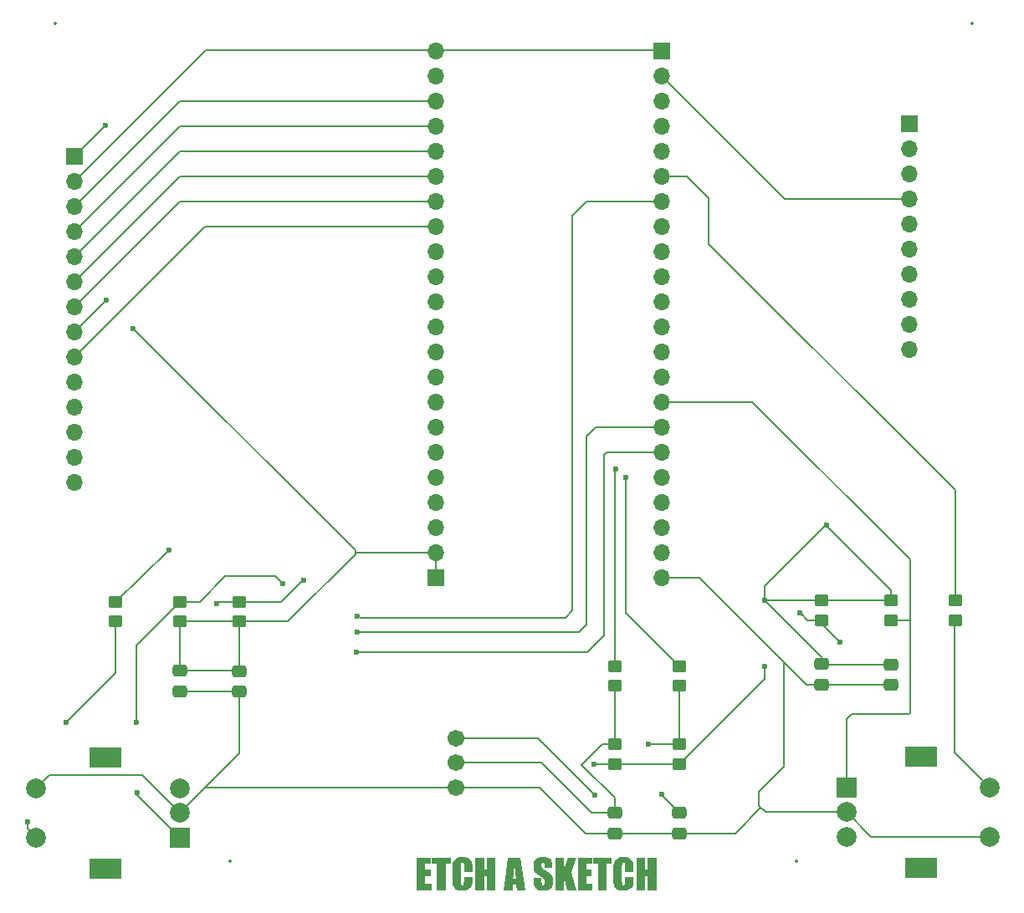
<source format=gtl>
%TF.GenerationSoftware,KiCad,Pcbnew,8.0.1-rc1*%
%TF.CreationDate,2024-08-02T09:31:45-04:00*%
%TF.ProjectId,Schema,53636865-6d61-42e6-9b69-6361645f7063,rev?*%
%TF.SameCoordinates,Original*%
%TF.FileFunction,Copper,L1,Top*%
%TF.FilePolarity,Positive*%
%FSLAX46Y46*%
G04 Gerber Fmt 4.6, Leading zero omitted, Abs format (unit mm)*
G04 Created by KiCad (PCBNEW 8.0.1-rc1) date 2024-08-02 09:31:45*
%MOMM*%
%LPD*%
G01*
G04 APERTURE LIST*
G04 Aperture macros list*
%AMRoundRect*
0 Rectangle with rounded corners*
0 $1 Rounding radius*
0 $2 $3 $4 $5 $6 $7 $8 $9 X,Y pos of 4 corners*
0 Add a 4 corners polygon primitive as box body*
4,1,4,$2,$3,$4,$5,$6,$7,$8,$9,$2,$3,0*
0 Add four circle primitives for the rounded corners*
1,1,$1+$1,$2,$3*
1,1,$1+$1,$4,$5*
1,1,$1+$1,$6,$7*
1,1,$1+$1,$8,$9*
0 Add four rect primitives between the rounded corners*
20,1,$1+$1,$2,$3,$4,$5,0*
20,1,$1+$1,$4,$5,$6,$7,0*
20,1,$1+$1,$6,$7,$8,$9,0*
20,1,$1+$1,$8,$9,$2,$3,0*%
G04 Aperture macros list end*
%ADD10C,0.100000*%
%TA.AperFunction,NonConductor*%
%ADD11C,0.100000*%
%TD*%
%TA.AperFunction,SMDPad,CuDef*%
%ADD12RoundRect,0.250000X0.450000X-0.350000X0.450000X0.350000X-0.450000X0.350000X-0.450000X-0.350000X0*%
%TD*%
%TA.AperFunction,SMDPad,CuDef*%
%ADD13RoundRect,0.250000X-0.475000X0.337500X-0.475000X-0.337500X0.475000X-0.337500X0.475000X0.337500X0*%
%TD*%
%TA.AperFunction,ComponentPad*%
%ADD14R,1.700000X1.700000*%
%TD*%
%TA.AperFunction,ComponentPad*%
%ADD15O,1.700000X1.700000*%
%TD*%
%TA.AperFunction,SMDPad,CuDef*%
%ADD16RoundRect,0.250000X-0.450000X0.350000X-0.450000X-0.350000X0.450000X-0.350000X0.450000X0.350000X0*%
%TD*%
%TA.AperFunction,ComponentPad*%
%ADD17R,2.000000X2.000000*%
%TD*%
%TA.AperFunction,ComponentPad*%
%ADD18C,2.000000*%
%TD*%
%TA.AperFunction,ComponentPad*%
%ADD19R,3.200000X2.000000*%
%TD*%
%TA.AperFunction,ComponentPad*%
%ADD20C,1.701800*%
%TD*%
%TA.AperFunction,ViaPad*%
%ADD21C,0.600000*%
%TD*%
%TA.AperFunction,Conductor*%
%ADD22C,0.200000*%
%TD*%
%ADD23C,0.300000*%
%ADD24C,0.350000*%
%ADD25O,2.800000X1.500000*%
G04 APERTURE END LIST*
D10*
D11*
G36*
X110272923Y-120360481D02*
G01*
X111720062Y-120360481D01*
X111720062Y-121017006D01*
X111140474Y-121017006D01*
X111140474Y-121626636D01*
X111682693Y-121626636D01*
X111682693Y-122283161D01*
X111140474Y-122283161D01*
X111140474Y-123033475D01*
X111777215Y-123033475D01*
X111777215Y-123690000D01*
X110272923Y-123690000D01*
X110272923Y-120360481D01*
G37*
G36*
X113708688Y-120360481D02*
G01*
X113708688Y-121017006D01*
X113193579Y-121017006D01*
X113193579Y-123690000D01*
X112326029Y-123690000D01*
X112326029Y-121017006D01*
X111813119Y-121017006D01*
X111813119Y-120360481D01*
X113708688Y-120360481D01*
G37*
G36*
X115921528Y-121814214D02*
G01*
X115053977Y-121814214D01*
X115053977Y-121246350D01*
X115050687Y-121098491D01*
X115031109Y-120951041D01*
X115026133Y-120937871D01*
X114903768Y-120876322D01*
X114771447Y-120942010D01*
X114767480Y-120951060D01*
X114743620Y-121100774D01*
X114738932Y-121258151D01*
X114738904Y-121273461D01*
X114738904Y-122790942D01*
X114742922Y-122946257D01*
X114764020Y-123091904D01*
X114767480Y-123101618D01*
X114897173Y-123174159D01*
X115023935Y-123100153D01*
X115048227Y-122952548D01*
X115053713Y-122799802D01*
X115053977Y-122749909D01*
X115053977Y-122330055D01*
X115921528Y-122330055D01*
X115921528Y-122459748D01*
X115919739Y-122614283D01*
X115912870Y-122780315D01*
X115898344Y-122947256D01*
X115873156Y-123102755D01*
X115848255Y-123194675D01*
X115776927Y-123337048D01*
X115675719Y-123455658D01*
X115555020Y-123553598D01*
X115524389Y-123574228D01*
X115392131Y-123645395D01*
X115245219Y-123696228D01*
X115083653Y-123726728D01*
X114930261Y-123736735D01*
X114907431Y-123736894D01*
X114747117Y-123730408D01*
X114599565Y-123710948D01*
X114446562Y-123672823D01*
X114310229Y-123617754D01*
X114278750Y-123601339D01*
X114153009Y-123516447D01*
X114044159Y-123402817D01*
X113967795Y-123268865D01*
X113951221Y-123224717D01*
X113912613Y-123070286D01*
X113891320Y-122923565D01*
X113877671Y-122753564D01*
X113872055Y-122589318D01*
X113871353Y-122500781D01*
X113871353Y-121540907D01*
X113872510Y-121394236D01*
X113876666Y-121247393D01*
X113886112Y-121095008D01*
X113895533Y-121008946D01*
X113931859Y-120866575D01*
X114000351Y-120728800D01*
X114042812Y-120666762D01*
X114148325Y-120553452D01*
X114268217Y-120466783D01*
X114382798Y-120408108D01*
X114525179Y-120358263D01*
X114680297Y-120326879D01*
X114830793Y-120314417D01*
X114883251Y-120313586D01*
X115044492Y-120320599D01*
X115192901Y-120341636D01*
X115346797Y-120382852D01*
X115483931Y-120442386D01*
X115515596Y-120460132D01*
X115642226Y-120547890D01*
X115751248Y-120658858D01*
X115832659Y-120797287D01*
X115843126Y-120824298D01*
X115881025Y-120965894D01*
X115904301Y-121123969D01*
X115916628Y-121287154D01*
X115921222Y-121445500D01*
X115921528Y-121502072D01*
X115921528Y-121814214D01*
G37*
G36*
X118214968Y-120360481D02*
G01*
X118214968Y-123690000D01*
X117347418Y-123690000D01*
X117347418Y-122283161D01*
X117087299Y-122283161D01*
X117087299Y-123690000D01*
X116219748Y-123690000D01*
X116219748Y-120360481D01*
X117087299Y-120360481D01*
X117087299Y-121626636D01*
X117347418Y-121626636D01*
X117347418Y-120360481D01*
X118214968Y-120360481D01*
G37*
G36*
X121283635Y-123690000D02*
G01*
X120395568Y-123690000D01*
X120352337Y-123080369D01*
X120040928Y-123080369D01*
X119989637Y-123690000D01*
X119090579Y-123690000D01*
X119245897Y-122517634D01*
X120030669Y-122517634D01*
X120327424Y-122517634D01*
X120310938Y-122366440D01*
X120294452Y-122206316D01*
X120277965Y-122037262D01*
X120261479Y-121859277D01*
X120244993Y-121672363D01*
X120232628Y-121526317D01*
X120220263Y-121375247D01*
X120207898Y-121219154D01*
X120195533Y-121058039D01*
X120171673Y-121240819D01*
X120149552Y-121414093D01*
X120129169Y-121577862D01*
X120110525Y-121732126D01*
X120088372Y-121923025D01*
X120069309Y-122097025D01*
X120053338Y-122254126D01*
X120037721Y-122426740D01*
X120030669Y-122517634D01*
X119245897Y-122517634D01*
X119531681Y-120360481D01*
X120786845Y-120360481D01*
X121283635Y-123690000D01*
G37*
G36*
X123996196Y-121392163D02*
G01*
X123190195Y-121392163D01*
X123190195Y-121144501D01*
X123181509Y-120996131D01*
X123159420Y-120923949D01*
X123056106Y-120876322D01*
X122938136Y-120936406D01*
X122898820Y-121080900D01*
X122897836Y-121117390D01*
X122912210Y-121268034D01*
X122943265Y-121351863D01*
X123050657Y-121461851D01*
X123176245Y-121547820D01*
X123188729Y-121555561D01*
X123326746Y-121643099D01*
X123451367Y-121726195D01*
X123588306Y-121823819D01*
X123704316Y-121914501D01*
X123815899Y-122014158D01*
X123917794Y-122131486D01*
X123990405Y-122274113D01*
X124034999Y-122436217D01*
X124058616Y-122605332D01*
X124067417Y-122770548D01*
X124068004Y-122829776D01*
X124062783Y-122993404D01*
X124044429Y-123150005D01*
X124004050Y-123301894D01*
X123984473Y-123346350D01*
X123890967Y-123472190D01*
X123771798Y-123565069D01*
X123662072Y-123624787D01*
X123521506Y-123678979D01*
X123368537Y-123715436D01*
X123222152Y-123732953D01*
X123105931Y-123736894D01*
X122958249Y-123730583D01*
X122801491Y-123707914D01*
X122657556Y-123668759D01*
X122510956Y-123605003D01*
X122385917Y-123525134D01*
X122278526Y-123423067D01*
X122198744Y-123294595D01*
X122188555Y-123269413D01*
X122148369Y-123124900D01*
X122124928Y-122966205D01*
X122114212Y-122802372D01*
X122112351Y-122689092D01*
X122112351Y-122470739D01*
X122918353Y-122470739D01*
X122918353Y-122878136D01*
X122925759Y-123025215D01*
X122952058Y-123120669D01*
X123072958Y-123174159D01*
X123201186Y-123106748D01*
X123241650Y-122960917D01*
X123243684Y-122905980D01*
X123237308Y-122757171D01*
X123208972Y-122608708D01*
X123163084Y-122522763D01*
X123045135Y-122422024D01*
X122920579Y-122334157D01*
X122797335Y-122253313D01*
X122757885Y-122228206D01*
X122626642Y-122143421D01*
X122502239Y-122059489D01*
X122375750Y-121966665D01*
X122328506Y-121927055D01*
X122232702Y-121813665D01*
X122159189Y-121674421D01*
X122154849Y-121664005D01*
X122110255Y-121512193D01*
X122090278Y-121359556D01*
X122085973Y-121234626D01*
X122090636Y-121079566D01*
X122107386Y-120926140D01*
X122145454Y-120770034D01*
X122183426Y-120684347D01*
X122273964Y-120564271D01*
X122398299Y-120465628D01*
X122499965Y-120411772D01*
X122645308Y-120359994D01*
X122791290Y-120329791D01*
X122951646Y-120315121D01*
X123027529Y-120313586D01*
X123190195Y-120320410D01*
X123340404Y-120340881D01*
X123494500Y-120380222D01*
X123603454Y-120422763D01*
X123736547Y-120496508D01*
X123854700Y-120599548D01*
X123918527Y-120697536D01*
X123962747Y-120838744D01*
X123985274Y-120994978D01*
X123994300Y-121141819D01*
X123996196Y-121260272D01*
X123996196Y-121392163D01*
G37*
G36*
X126396615Y-120360481D02*
G01*
X125899825Y-121864040D01*
X126444242Y-123690000D01*
X125547383Y-123690000D01*
X125197138Y-122262644D01*
X125197138Y-123690000D01*
X124329588Y-123690000D01*
X124329588Y-120360481D01*
X125197138Y-120360481D01*
X125197138Y-121653747D01*
X125582554Y-120360481D01*
X126396615Y-120360481D01*
G37*
G36*
X126583461Y-120360481D02*
G01*
X128030600Y-120360481D01*
X128030600Y-121017006D01*
X127451011Y-121017006D01*
X127451011Y-121626636D01*
X127993230Y-121626636D01*
X127993230Y-122283161D01*
X127451011Y-122283161D01*
X127451011Y-123033475D01*
X128087752Y-123033475D01*
X128087752Y-123690000D01*
X126583461Y-123690000D01*
X126583461Y-120360481D01*
G37*
G36*
X130019225Y-120360481D02*
G01*
X130019225Y-121017006D01*
X129504117Y-121017006D01*
X129504117Y-123690000D01*
X128636566Y-123690000D01*
X128636566Y-121017006D01*
X128123656Y-121017006D01*
X128123656Y-120360481D01*
X130019225Y-120360481D01*
G37*
G36*
X132232065Y-121814214D02*
G01*
X131364515Y-121814214D01*
X131364515Y-121246350D01*
X131361224Y-121098491D01*
X131341647Y-120951041D01*
X131336671Y-120937871D01*
X131214305Y-120876322D01*
X131081985Y-120942010D01*
X131078018Y-120951060D01*
X131054157Y-121100774D01*
X131049469Y-121258151D01*
X131049441Y-121273461D01*
X131049441Y-122790942D01*
X131053460Y-122946257D01*
X131074557Y-123091904D01*
X131078018Y-123101618D01*
X131207711Y-123174159D01*
X131334473Y-123100153D01*
X131358764Y-122952548D01*
X131364250Y-122799802D01*
X131364515Y-122749909D01*
X131364515Y-122330055D01*
X132232065Y-122330055D01*
X132232065Y-122459748D01*
X132230276Y-122614283D01*
X132223407Y-122780315D01*
X132208881Y-122947256D01*
X132183694Y-123102755D01*
X132158792Y-123194675D01*
X132087464Y-123337048D01*
X131986256Y-123455658D01*
X131865558Y-123553598D01*
X131834926Y-123574228D01*
X131702669Y-123645395D01*
X131555757Y-123696228D01*
X131394190Y-123726728D01*
X131240798Y-123736735D01*
X131217969Y-123736894D01*
X131057654Y-123730408D01*
X130910103Y-123710948D01*
X130757100Y-123672823D01*
X130620766Y-123617754D01*
X130589288Y-123601339D01*
X130463547Y-123516447D01*
X130354697Y-123402817D01*
X130278332Y-123268865D01*
X130261758Y-123224717D01*
X130223150Y-123070286D01*
X130201857Y-122923565D01*
X130188208Y-122753564D01*
X130182593Y-122589318D01*
X130181891Y-122500781D01*
X130181891Y-121540907D01*
X130183048Y-121394236D01*
X130187204Y-121247393D01*
X130196649Y-121095008D01*
X130206071Y-121008946D01*
X130242396Y-120866575D01*
X130310888Y-120728800D01*
X130353349Y-120666762D01*
X130458862Y-120553452D01*
X130578755Y-120466783D01*
X130693335Y-120408108D01*
X130835716Y-120358263D01*
X130990834Y-120326879D01*
X131141331Y-120314417D01*
X131193789Y-120313586D01*
X131355030Y-120320599D01*
X131503438Y-120341636D01*
X131657334Y-120382852D01*
X131794469Y-120442386D01*
X131826133Y-120460132D01*
X131952763Y-120547890D01*
X132061785Y-120658858D01*
X132143196Y-120797287D01*
X132153663Y-120824298D01*
X132191563Y-120965894D01*
X132214838Y-121123969D01*
X132227165Y-121287154D01*
X132231759Y-121445500D01*
X132232065Y-121502072D01*
X132232065Y-121814214D01*
G37*
G36*
X134525505Y-120360481D02*
G01*
X134525505Y-123690000D01*
X133657955Y-123690000D01*
X133657955Y-122283161D01*
X133397836Y-122283161D01*
X133397836Y-123690000D01*
X132530286Y-123690000D01*
X132530286Y-120360481D01*
X133397836Y-120360481D01*
X133397836Y-121626636D01*
X133657955Y-121626636D01*
X133657955Y-120360481D01*
X134525505Y-120360481D01*
G37*
D12*
%TO.P,R3,1*%
%TO.N,Net-(R3-Pad1)*%
X79810000Y-96472500D03*
%TO.P,R3,2*%
%TO.N,/GPIO48-BSW1*%
X79810000Y-94472500D03*
%TD*%
%TO.P,R12,1*%
%TO.N,3V3*%
X130340000Y-110907500D03*
%TO.P,R12,2*%
%TO.N,Net-(C6-Pad1)*%
X130340000Y-108907500D03*
%TD*%
%TO.P,R10,1*%
%TO.N,3V3*%
X136840000Y-110907500D03*
%TO.P,R10,2*%
%TO.N,Net-(C5-Pad1)*%
X136840000Y-108907500D03*
%TD*%
D13*
%TO.P,C5,1*%
%TO.N,Net-(C5-Pad1)*%
X136840000Y-115832500D03*
%TO.P,C5,2*%
%TO.N,GND*%
X136840000Y-117907500D03*
%TD*%
D14*
%TO.P,J4,1,Pin_1*%
%TO.N,3V3*%
X75620000Y-49360000D03*
D15*
%TO.P,J4,2,Pin_2*%
%TO.N,GND*%
X75620000Y-51900000D03*
%TO.P,J4,3,Pin_3*%
%TO.N,/GPIO14-CS*%
X75620000Y-54440000D03*
%TO.P,J4,4,Pin_4*%
%TO.N,/GPIO13-RESET*%
X75620000Y-56980000D03*
%TO.P,J4,5,Pin_5*%
%TO.N,/GPIO12-DC*%
X75620000Y-59520000D03*
%TO.P,J4,6,Pin_6*%
%TO.N,/GPIO11-SDI*%
X75620000Y-62060000D03*
%TO.P,J4,7,Pin_7*%
%TO.N,/GPIO10-SCk*%
X75620000Y-64600000D03*
%TO.P,J4,8,Pin_8*%
%TO.N,3V3*%
X75620000Y-67140000D03*
%TO.P,J4,9,Pin_9*%
%TO.N,/GPIO9-SDO*%
X75620000Y-69680000D03*
%TO.P,J4,10,Pin_10*%
%TO.N,/T_CLK*%
X75620000Y-72220000D03*
%TO.P,J4,11,Pin_11*%
%TO.N,/T_CS*%
X75620000Y-74760000D03*
%TO.P,J4,12,Pin_12*%
%TO.N,/T_DIN*%
X75620000Y-77300000D03*
%TO.P,J4,13,Pin_13*%
%TO.N,/T_DO*%
X75620000Y-79840000D03*
%TO.P,J4,14,Pin_14*%
%TO.N,/T_IRQ*%
X75620000Y-82380000D03*
%TD*%
D12*
%TO.P,R1,1*%
%TO.N,3V3*%
X86310000Y-96472500D03*
%TO.P,R1,2*%
%TO.N,/GPIO42-chA_X*%
X86310000Y-94472500D03*
%TD*%
D16*
%TO.P,R4,1*%
%TO.N,3V3*%
X158260000Y-94340000D03*
%TO.P,R4,2*%
%TO.N,/GPIO40-chA_Y*%
X158260000Y-96340000D03*
%TD*%
%TO.P,R16,1*%
%TO.N,/GPIO47-BSW2*%
X164760000Y-94340000D03*
%TO.P,R16,2*%
%TO.N,Net-(R16-Pad2)*%
X164760000Y-96340000D03*
%TD*%
D13*
%TO.P,C8,1*%
%TO.N,3V3*%
X158260000Y-100802500D03*
%TO.P,C8,2*%
%TO.N,GND*%
X158260000Y-102877500D03*
%TD*%
D16*
%TO.P,R13,1*%
%TO.N,3V3*%
X151260000Y-94340000D03*
%TO.P,R13,2*%
%TO.N,/GPIO39-chB_Y*%
X151260000Y-96340000D03*
%TD*%
D17*
%TO.P,SW1,A,A*%
%TO.N,/GPIO42-chA_X*%
X86280000Y-118360000D03*
D18*
%TO.P,SW1,B,B*%
%TO.N,/GPIO41-chB_X*%
X86280000Y-113360000D03*
%TO.P,SW1,C,C*%
%TO.N,GND*%
X86280000Y-115860000D03*
D19*
%TO.P,SW1,MP*%
%TO.N,N/C*%
X78780000Y-121460000D03*
X78780000Y-110260000D03*
D18*
%TO.P,SW1,S1,S1*%
%TO.N,GND*%
X71780000Y-113360000D03*
%TO.P,SW1,S2,S2*%
%TO.N,Net-(R3-Pad1)*%
X71780000Y-118360000D03*
%TD*%
D13*
%TO.P,C2,1*%
%TO.N,3V3*%
X86310000Y-101472500D03*
%TO.P,C2,2*%
%TO.N,GND*%
X86310000Y-103547500D03*
%TD*%
D12*
%TO.P,R9,1*%
%TO.N,Net-(C5-Pad1)*%
X136820000Y-102980000D03*
%TO.P,R9,2*%
%TO.N,/GPIO37-chB_S*%
X136820000Y-100980000D03*
%TD*%
D13*
%TO.P,C6,1*%
%TO.N,Net-(C6-Pad1)*%
X130340000Y-115832500D03*
%TO.P,C6,2*%
%TO.N,GND*%
X130340000Y-117907500D03*
%TD*%
%TO.P,C11,1*%
%TO.N,3V3*%
X151260000Y-100765000D03*
%TO.P,C11,2*%
%TO.N,GND*%
X151260000Y-102840000D03*
%TD*%
%TO.P,C1,1*%
%TO.N,3V3*%
X92340000Y-101490000D03*
%TO.P,C1,2*%
%TO.N,GND*%
X92340000Y-103565000D03*
%TD*%
D12*
%TO.P,R2,1*%
%TO.N,3V3*%
X92310000Y-96472500D03*
%TO.P,R2,2*%
%TO.N,/GPIO41-chB_X*%
X92310000Y-94472500D03*
%TD*%
D20*
%TO.P,SW3,A*%
%TO.N,N/C*%
X114269100Y-108270000D03*
%TO.P,SW3,B*%
X114269100Y-110770000D03*
%TO.P,SW3,C*%
X114269100Y-113270000D03*
%TD*%
D17*
%TO.P,SW2,A,A*%
%TO.N,/GPIO40-chA_Y*%
X153780000Y-113280000D03*
D18*
%TO.P,SW2,B,B*%
%TO.N,/GPIO39-chB_Y*%
X153780000Y-118280000D03*
%TO.P,SW2,C,C*%
%TO.N,GND*%
X153780000Y-115780000D03*
D19*
%TO.P,SW2,MP*%
%TO.N,N/C*%
X161280000Y-110180000D03*
X161280000Y-121380000D03*
D18*
%TO.P,SW2,S1,S1*%
%TO.N,GND*%
X168280000Y-118280000D03*
%TO.P,SW2,S2,S2*%
%TO.N,Net-(R16-Pad2)*%
X168280000Y-113280000D03*
%TD*%
D16*
%TO.P,R11,1*%
%TO.N,/GPIO38_chA_S*%
X130330000Y-100980000D03*
%TO.P,R11,2*%
%TO.N,Net-(C6-Pad1)*%
X130330000Y-102980000D03*
%TD*%
D14*
%TO.P,J3,1,Pin_1*%
%TO.N,/FSYNC*%
X160110000Y-46030000D03*
D15*
%TO.P,J3,2,Pin_2*%
%TO.N,/NCS*%
X160110000Y-48570000D03*
%TO.P,J3,3,Pin_3*%
%TO.N,/INT*%
X160110000Y-51110000D03*
%TO.P,J3,4,Pin_4*%
%TO.N,GND*%
X160110000Y-53650000D03*
%TO.P,J3,5,Pin_5*%
%TO.N,/ECL*%
X160110000Y-56190000D03*
%TO.P,J3,6,Pin_6*%
%TO.N,/EDA*%
X160110000Y-58730000D03*
%TO.P,J3,7,Pin_7*%
%TO.N,/GPIO2-SDA*%
X160110000Y-61270000D03*
%TO.P,J3,8,Pin_8*%
%TO.N,/GPIO1-SCL*%
X160110000Y-63810000D03*
%TO.P,J3,9,Pin_9*%
%TO.N,GND*%
X160110000Y-66350000D03*
%TO.P,J3,10,Pin_10*%
%TO.N,3V3*%
X160110000Y-68890000D03*
%TD*%
D14*
%TO.P,J1,1,Pin_1*%
%TO.N,3V3*%
X112220000Y-92010000D03*
D15*
%TO.P,J1,2,Pin_2*%
X112220000Y-89470000D03*
%TO.P,J1,3,Pin_3*%
%TO.N,/RST*%
X112220000Y-86930000D03*
%TO.P,J1,4,Pin_4*%
%TO.N,/GPIO4*%
X112220000Y-84390000D03*
%TO.P,J1,5,Pin_5*%
%TO.N,/GPIO5*%
X112220000Y-81850000D03*
%TO.P,J1,6,Pin_6*%
%TO.N,/GPIO6*%
X112220000Y-79310000D03*
%TO.P,J1,7,Pin_7*%
%TO.N,/GPIO7*%
X112220000Y-76770000D03*
%TO.P,J1,8,Pin_8*%
%TO.N,/GPIO15*%
X112220000Y-74230000D03*
%TO.P,J1,9,Pin_9*%
%TO.N,/GPIO16*%
X112220000Y-71690000D03*
%TO.P,J1,10,Pin_10*%
%TO.N,/GPIO17*%
X112220000Y-69150000D03*
%TO.P,J1,11,Pin_11*%
%TO.N,/GPIO18*%
X112220000Y-66610000D03*
%TO.P,J1,12,Pin_12*%
%TO.N,/GPIO8*%
X112220000Y-64070000D03*
%TO.P,J1,13,Pin_13*%
%TO.N,/GPIO3*%
X112220000Y-61530000D03*
%TO.P,J1,14,Pin_14*%
%TO.N,/GPIO46*%
X112220000Y-58990000D03*
%TO.P,J1,15,Pin_15*%
%TO.N,/GPIO9-SDO*%
X112220000Y-56450000D03*
%TO.P,J1,16,Pin_16*%
%TO.N,/GPIO10-SCk*%
X112220000Y-53910000D03*
%TO.P,J1,17,Pin_17*%
%TO.N,/GPIO11-SDI*%
X112220000Y-51370000D03*
%TO.P,J1,18,Pin_18*%
%TO.N,/GPIO12-DC*%
X112220000Y-48830000D03*
%TO.P,J1,19,Pin_19*%
%TO.N,/GPIO13-RESET*%
X112220000Y-46290000D03*
%TO.P,J1,20,Pin_20*%
%TO.N,/GPIO14-CS*%
X112220000Y-43750000D03*
%TO.P,J1,21,Pin_21*%
%TO.N,5V*%
X112220000Y-41210000D03*
%TO.P,J1,22,Pin_22*%
%TO.N,GND*%
X112220000Y-38670000D03*
%TD*%
D14*
%TO.P,J2,1,Pin_1*%
%TO.N,GND*%
X135070000Y-38660000D03*
D15*
%TO.P,J2,2,Pin_2*%
X135070000Y-41200000D03*
%TO.P,J2,3,Pin_3*%
%TO.N,/GPIO19*%
X135070000Y-43740000D03*
%TO.P,J2,4,Pin_4*%
%TO.N,/GPIO20*%
X135070000Y-46280000D03*
%TO.P,J2,5,Pin_5*%
%TO.N,/GPIO21-BSW3*%
X135070000Y-48820000D03*
%TO.P,J2,6,Pin_6*%
%TO.N,/GPIO47-BSW2*%
X135070000Y-51360000D03*
%TO.P,J2,7,Pin_7*%
%TO.N,/GPIO48-BSW1*%
X135070000Y-53900000D03*
%TO.P,J2,8,Pin_8*%
%TO.N,/GPIO45*%
X135070000Y-56440000D03*
%TO.P,J2,9,Pin_9*%
%TO.N,/GPIO0*%
X135070000Y-58980000D03*
%TO.P,J2,10,Pin_10*%
%TO.N,/GPIO35*%
X135070000Y-61520000D03*
%TO.P,J2,11,Pin_11*%
%TO.N,/GPIO36*%
X135070000Y-64060000D03*
%TO.P,J2,12,Pin_12*%
%TO.N,/GPIO37-chB_S*%
X135070000Y-66600000D03*
%TO.P,J2,13,Pin_13*%
%TO.N,/GPIO38_chA_S*%
X135070000Y-69140000D03*
%TO.P,J2,14,Pin_14*%
%TO.N,/GPIO39-chB_Y*%
X135070000Y-71680000D03*
%TO.P,J2,15,Pin_15*%
%TO.N,/GPIO40-chA_Y*%
X135070000Y-74220000D03*
%TO.P,J2,16,Pin_16*%
%TO.N,/GPIO41-chB_X*%
X135070000Y-76760000D03*
%TO.P,J2,17,Pin_17*%
%TO.N,/GPIO42-chA_X*%
X135070000Y-79300000D03*
%TO.P,J2,18,Pin_18*%
%TO.N,/GPIO2-SDA*%
X135070000Y-81840000D03*
%TO.P,J2,19,Pin_19*%
%TO.N,/GPIO1-SCL*%
X135070000Y-84380000D03*
%TO.P,J2,20,Pin_20*%
%TO.N,/RX*%
X135070000Y-86920000D03*
%TO.P,J2,21,Pin_21*%
%TO.N,/TX*%
X135070000Y-89460000D03*
%TO.P,J2,22,Pin_22*%
%TO.N,GND*%
X135070000Y-92000000D03*
%TD*%
D21*
%TO.N,3V3*%
X81580000Y-66780000D03*
X78800000Y-46260000D03*
X78830000Y-63970000D03*
X145510000Y-94300000D03*
X151780000Y-86700000D03*
X128240000Y-110907500D03*
X145450000Y-101020000D03*
%TO.N,Net-(C5-Pad1)*%
X133730000Y-108916860D03*
X135089057Y-113960000D03*
X128270000Y-114020000D03*
%TO.N,/GPIO38_chA_S*%
X130390000Y-81010000D03*
%TO.N,/GPIO41-chB_X*%
X89990000Y-94690000D03*
X98820000Y-92300000D03*
X104220000Y-97540000D03*
%TO.N,/GPIO42-chA_X*%
X96700000Y-92640000D03*
X81955000Y-113795000D03*
X81900000Y-106690000D03*
X104200000Y-99610000D03*
%TO.N,/GPIO48-BSW1*%
X85220000Y-89230000D03*
X104250000Y-95930000D03*
%TO.N,/GPIO37-chB_S*%
X131470000Y-81880000D03*
%TO.N,/GPIO39-chB_Y*%
X149020000Y-95570000D03*
X153130000Y-98550000D03*
%TO.N,Net-(R3-Pad1)*%
X70870000Y-116760000D03*
X74805000Y-106665000D03*
%TD*%
D22*
%TO.N,GND*%
X145530000Y-115780000D02*
X153780000Y-115780000D01*
X144900000Y-115150000D02*
X145530000Y-115780000D01*
X144900000Y-113700000D02*
X144900000Y-115150000D01*
X147440000Y-100550000D02*
X147440000Y-111160000D01*
X147440000Y-111160000D02*
X144900000Y-113700000D01*
X147375000Y-100485000D02*
X147440000Y-100550000D01*
X142492500Y-117907500D02*
X144991250Y-115408750D01*
X136840000Y-117907500D02*
X142492500Y-117907500D01*
%TO.N,3V3*%
X158260000Y-100802500D02*
X151297500Y-100802500D01*
X78800000Y-46190000D02*
X78810000Y-46180000D01*
X151260000Y-100765000D02*
X151260000Y-100050000D01*
X145510000Y-94300000D02*
X145550000Y-94340000D01*
X130340000Y-110907500D02*
X136840000Y-110907500D01*
X86310000Y-96472500D02*
X86310000Y-101472500D01*
X86310000Y-101472500D02*
X92322500Y-101472500D01*
X78830000Y-63970000D02*
X78700000Y-63990000D01*
X75620000Y-67140000D02*
X78700000Y-64060000D01*
X104070000Y-89540000D02*
X104140000Y-89470000D01*
X104070000Y-89270000D02*
X104070000Y-89540000D01*
X97267500Y-96472500D02*
X104070000Y-89670000D01*
X92322500Y-101472500D02*
X92340000Y-101490000D01*
X145470000Y-94340000D02*
X145510000Y-94300000D01*
X104070000Y-89670000D02*
X104070000Y-89270000D01*
X151260000Y-100050000D02*
X145510000Y-94300000D01*
X92310000Y-96472500D02*
X97267500Y-96472500D01*
X104140000Y-89470000D02*
X111980000Y-89470000D01*
X81580000Y-66780000D02*
X104070000Y-89270000D01*
X78730000Y-46260000D02*
X78800000Y-46260000D01*
X145450000Y-101020000D02*
X145480000Y-101150000D01*
X158260000Y-94340000D02*
X151260000Y-94340000D01*
X151297500Y-100802500D02*
X151260000Y-100765000D01*
X128240000Y-110907500D02*
X130340000Y-110907500D01*
X111980000Y-89470000D02*
X112200000Y-89250000D01*
X78800000Y-46260000D02*
X78800000Y-46190000D01*
X78700000Y-64060000D02*
X78830000Y-63970000D01*
X75620000Y-49360000D02*
X75630000Y-49360000D01*
X145550000Y-94340000D02*
X151260000Y-94340000D01*
X158260000Y-94340000D02*
X158260000Y-93290000D01*
X75630000Y-49360000D02*
X78730000Y-46260000D01*
X145450000Y-101020000D02*
X145450000Y-102297500D01*
X92340000Y-101490000D02*
X92340000Y-96502500D01*
X151780000Y-86810000D02*
X151780000Y-86700000D01*
X86310000Y-96472500D02*
X92310000Y-96472500D01*
X128240000Y-110907500D02*
X128172500Y-110840000D01*
X112220000Y-89470000D02*
X112220000Y-92010000D01*
X145380000Y-94340000D02*
X145470000Y-94340000D01*
X92340000Y-96502500D02*
X92310000Y-96472500D01*
X151780000Y-86700000D02*
X151670000Y-86700000D01*
X145450000Y-102297500D02*
X136840000Y-110907500D01*
X145510000Y-92860000D02*
X145510000Y-94300000D01*
X151670000Y-86700000D02*
X151670000Y-86700000D01*
X151670000Y-86700000D02*
X145510000Y-92860000D01*
X158260000Y-93290000D02*
X151780000Y-86810000D01*
%TO.N,GND*%
X82480000Y-112060000D02*
X86280000Y-115860000D01*
X135070000Y-41200000D02*
X147520000Y-53650000D01*
X130340000Y-117907500D02*
X136840000Y-117907500D01*
X151260000Y-102840000D02*
X149730000Y-102840000D01*
X158222500Y-102840000D02*
X158260000Y-102877500D01*
X92322500Y-103547500D02*
X92340000Y-103565000D01*
X88870000Y-113270000D02*
X122750647Y-113270000D01*
X75620000Y-51900000D02*
X88900000Y-38620000D01*
X138890000Y-92000000D02*
X135070000Y-92000000D01*
X92340000Y-109800000D02*
X92340000Y-103565000D01*
X156280000Y-118280000D02*
X153780000Y-115780000D01*
X86280000Y-115860000D02*
X86355000Y-115785000D01*
X88870000Y-113270000D02*
X86280000Y-115860000D01*
X86310000Y-103547500D02*
X92322500Y-103547500D01*
X122750647Y-113270000D02*
X127388147Y-117907500D01*
X127388147Y-117907500D02*
X130340000Y-117907500D01*
X149730000Y-102840000D02*
X147375000Y-100485000D01*
X88900000Y-38620000D02*
X135030000Y-38620000D01*
X71780000Y-113360000D02*
X73080000Y-112060000D01*
X147520000Y-53650000D02*
X160110000Y-53650000D01*
X86355000Y-115785000D02*
X86355000Y-115705000D01*
X73080000Y-112060000D02*
X82480000Y-112060000D01*
X135030000Y-38620000D02*
X135070000Y-38660000D01*
X151260000Y-102840000D02*
X158222500Y-102840000D01*
X168280000Y-118280000D02*
X156280000Y-118280000D01*
X147375000Y-100485000D02*
X138890000Y-92000000D01*
X88870000Y-113270000D02*
X92340000Y-109800000D01*
%TO.N,Net-(C5-Pad1)*%
X114269100Y-108270000D02*
X114285498Y-108286398D01*
X136840000Y-108907500D02*
X136840000Y-103000000D01*
X135089057Y-114081557D02*
X136840000Y-115832500D01*
X133730000Y-108916860D02*
X133746860Y-108900000D01*
X133746860Y-108900000D02*
X136832500Y-108900000D01*
X136832500Y-108900000D02*
X136840000Y-108907500D01*
X114285498Y-108286398D02*
X122566398Y-108286398D01*
X135089057Y-113960000D02*
X135089057Y-114081557D01*
X136840000Y-103000000D02*
X136820000Y-102980000D01*
X122566398Y-108286398D02*
X128170000Y-113890000D01*
%TO.N,Net-(C6-Pad1)*%
X114269100Y-110770000D02*
X122890000Y-110770000D01*
X122890000Y-110770000D02*
X127952500Y-115832500D01*
X130340000Y-115832500D02*
X130340000Y-114340000D01*
X126970000Y-110970000D02*
X129032500Y-108907500D01*
X130330000Y-108897500D02*
X130340000Y-108907500D01*
X130330000Y-102980000D02*
X130330000Y-108897500D01*
X127952500Y-115832500D02*
X130340000Y-115832500D01*
X129032500Y-108907500D02*
X130340000Y-108907500D01*
X130340000Y-114340000D02*
X126970000Y-110970000D01*
%TO.N,/GPIO10-SCk*%
X112080000Y-53910000D02*
X86310000Y-53910000D01*
X75620000Y-64600000D02*
X86310000Y-53910000D01*
X112270000Y-53720000D02*
X112080000Y-53910000D01*
%TO.N,/GPIO9-SDO*%
X112270000Y-56260000D02*
X112080000Y-56450000D01*
X112080000Y-56450000D02*
X88850000Y-56450000D01*
X88850000Y-56450000D02*
X75620000Y-69680000D01*
%TO.N,/GPIO11-SDI*%
X86310000Y-51370000D02*
X75620000Y-62060000D01*
X112270000Y-51180000D02*
X112080000Y-51370000D01*
X112080000Y-51370000D02*
X86310000Y-51370000D01*
%TO.N,/GPIO14-CS*%
X112080000Y-43750000D02*
X86310000Y-43750000D01*
X112270000Y-43560000D02*
X112080000Y-43750000D01*
X86310000Y-43750000D02*
X75620000Y-54440000D01*
%TO.N,/GPIO12-DC*%
X86310000Y-48830000D02*
X75620000Y-59520000D01*
X112220000Y-48830000D02*
X86310000Y-48830000D01*
X112270000Y-48640000D02*
X112270000Y-48780000D01*
X112270000Y-48780000D02*
X112220000Y-48830000D01*
%TO.N,/GPIO13-RESET*%
X112080000Y-46290000D02*
X86310000Y-46290000D01*
X112270000Y-46100000D02*
X112080000Y-46290000D01*
X86310000Y-46290000D02*
X75620000Y-56980000D01*
%TO.N,/GPIO40-chA_Y*%
X160180000Y-105750000D02*
X160180000Y-96350000D01*
X144230000Y-74220000D02*
X135070000Y-74220000D01*
X153780000Y-106370000D02*
X154310000Y-105840000D01*
X153780000Y-113280000D02*
X153780000Y-106370000D01*
X154310000Y-105840000D02*
X160090000Y-105840000D01*
X160180000Y-96350000D02*
X160170000Y-96340000D01*
X160090000Y-105840000D02*
X160180000Y-105750000D01*
X160170000Y-96340000D02*
X160180000Y-96330000D01*
X160180000Y-90170000D02*
X144230000Y-74220000D01*
X160180000Y-96330000D02*
X160180000Y-90170000D01*
X158260000Y-96340000D02*
X160170000Y-96340000D01*
%TO.N,/GPIO38_chA_S*%
X130330000Y-81320000D02*
X130330000Y-100980000D01*
%TO.N,/GPIO41-chB_X*%
X104220000Y-97540000D02*
X126680000Y-97540000D01*
X90207500Y-94472500D02*
X92310000Y-94472500D01*
X98820000Y-92300000D02*
X98820000Y-92240000D01*
X127460000Y-77720000D02*
X127590000Y-77590000D01*
X127590000Y-77590000D02*
X127590000Y-77580000D01*
X92310000Y-94472500D02*
X92437500Y-94472500D01*
X126680000Y-97540000D02*
X127460000Y-96760000D01*
X127460000Y-96760000D02*
X127460000Y-77720000D01*
X98820000Y-92240000D02*
X98890000Y-92170000D01*
X127590000Y-77580000D02*
X128410000Y-76760000D01*
X128410000Y-76760000D02*
X135070000Y-76760000D01*
X98760000Y-92300000D02*
X98820000Y-92300000D01*
X92310000Y-94472500D02*
X96587500Y-94472500D01*
X96587500Y-94472500D02*
X98760000Y-92300000D01*
X89990000Y-94690000D02*
X90207500Y-94472500D01*
%TO.N,/GPIO42-chA_X*%
X86310000Y-94472500D02*
X88297500Y-94472500D01*
X127550000Y-99610000D02*
X129250000Y-97910000D01*
X81955000Y-113795000D02*
X81995000Y-113795000D01*
X81900000Y-106690000D02*
X81900000Y-98882500D01*
X90870000Y-91900000D02*
X95960000Y-91900000D01*
X81955000Y-114035000D02*
X86280000Y-118360000D01*
X96700000Y-92640000D02*
X96560000Y-92500000D01*
X129250000Y-79560000D02*
X129510000Y-79300000D01*
X81900000Y-98882500D02*
X86310000Y-94472500D01*
X95960000Y-91900000D02*
X96700000Y-92640000D01*
X129510000Y-79300000D02*
X135070000Y-79300000D01*
X88297500Y-94472500D02*
X90870000Y-91900000D01*
X129250000Y-97910000D02*
X129250000Y-79560000D01*
X104200000Y-99610000D02*
X127550000Y-99610000D01*
X81955000Y-113795000D02*
X81955000Y-114035000D01*
%TO.N,/GPIO48-BSW1*%
X125360000Y-96060000D02*
X126040000Y-95380000D01*
X85220000Y-89230000D02*
X79810000Y-94472500D01*
X104560000Y-96060000D02*
X125360000Y-96060000D01*
X127490000Y-53900000D02*
X135070000Y-53900000D01*
X104250000Y-95930000D02*
X104560000Y-96060000D01*
X85002500Y-89280000D02*
X85220000Y-89230000D01*
X104250000Y-95930000D02*
X104410000Y-95910000D01*
X126040000Y-88440000D02*
X126010000Y-88410000D01*
X126010000Y-88410000D02*
X126010000Y-55380000D01*
X126040000Y-95380000D02*
X126040000Y-88440000D01*
X126010000Y-55380000D02*
X127490000Y-53900000D01*
%TO.N,/GPIO47-BSW2*%
X164760000Y-94340000D02*
X164760000Y-83190000D01*
X164760000Y-83190000D02*
X139850000Y-58280000D01*
X139850000Y-53570000D02*
X137640000Y-51360000D01*
X137640000Y-51360000D02*
X135070000Y-51360000D01*
X139850000Y-58280000D02*
X139850000Y-53570000D01*
%TO.N,/GPIO37-chB_S*%
X131440000Y-95600000D02*
X136820000Y-100980000D01*
X131470000Y-81880000D02*
X131440000Y-81910000D01*
X131440000Y-81910000D02*
X131440000Y-95600000D01*
%TO.N,/GPIO39-chB_Y*%
X149110000Y-95600000D02*
X149020000Y-95570000D01*
X151260000Y-96680000D02*
X151260000Y-96340000D01*
X149810000Y-96340000D02*
X149110000Y-95600000D01*
X151260000Y-96340000D02*
X149810000Y-96340000D01*
X149020000Y-95570000D02*
X149280000Y-95810000D01*
X153130000Y-98550000D02*
X151260000Y-96680000D01*
%TO.N,Net-(R3-Pad1)*%
X74805000Y-106665000D02*
X79810000Y-101660000D01*
X79810000Y-101660000D02*
X79810000Y-96472500D01*
X70870000Y-117450000D02*
X71780000Y-118360000D01*
X70870000Y-116760000D02*
X70870000Y-117450000D01*
%TO.N,Net-(R16-Pad2)*%
X168280000Y-113280000D02*
X164730000Y-109730000D01*
X164730000Y-96370000D02*
X164760000Y-96340000D01*
X164730000Y-109730000D02*
X164730000Y-96370000D01*
%TD*%
D23*
X81580000Y-66780000D03*
X78800000Y-46260000D03*
X78830000Y-63970000D03*
X145510000Y-94300000D03*
X151780000Y-86700000D03*
X128240000Y-110907500D03*
X145450000Y-101020000D03*
X133730000Y-108916860D03*
X135089057Y-113960000D03*
X128270000Y-114020000D03*
X130390000Y-81010000D03*
X89990000Y-94690000D03*
X98820000Y-92300000D03*
X104220000Y-97540000D03*
X96700000Y-92640000D03*
X81955000Y-113795000D03*
X81900000Y-106690000D03*
X104200000Y-99610000D03*
X85220000Y-89230000D03*
X104250000Y-95930000D03*
X131470000Y-81880000D03*
X149020000Y-95570000D03*
X153130000Y-98550000D03*
X70870000Y-116760000D03*
X74805000Y-106665000D03*
D24*
X148700000Y-120750000D03*
X91350000Y-120750000D03*
X166500000Y-35900000D03*
X73650000Y-35900000D03*
X75620000Y-49360000D03*
X75620000Y-51900000D03*
X75620000Y-54440000D03*
X75620000Y-56980000D03*
X75620000Y-59520000D03*
X75620000Y-62060000D03*
X75620000Y-64600000D03*
X75620000Y-67140000D03*
X75620000Y-69680000D03*
X75620000Y-72220000D03*
X75620000Y-74760000D03*
X75620000Y-77300000D03*
X75620000Y-79840000D03*
X75620000Y-82380000D03*
X86280000Y-118360000D03*
X86280000Y-113360000D03*
X86280000Y-115860000D03*
D25*
X78780000Y-121460000D03*
X78780000Y-110260000D03*
D24*
X71780000Y-113360000D03*
X71780000Y-118360000D03*
X114269100Y-108270000D03*
X114269100Y-110770000D03*
X114269100Y-113270000D03*
X153780000Y-113280000D03*
X153780000Y-118280000D03*
X153780000Y-115780000D03*
D25*
X161280000Y-110180000D03*
X161280000Y-121380000D03*
D24*
X168280000Y-118280000D03*
X168280000Y-113280000D03*
X160110000Y-46030000D03*
X160110000Y-48570000D03*
X160110000Y-51110000D03*
X160110000Y-53650000D03*
X160110000Y-56190000D03*
X160110000Y-58730000D03*
X160110000Y-61270000D03*
X160110000Y-63810000D03*
X160110000Y-66350000D03*
X160110000Y-68890000D03*
X112220000Y-92010000D03*
X112220000Y-89470000D03*
X112220000Y-86930000D03*
X112220000Y-84390000D03*
X112220000Y-81850000D03*
X112220000Y-79310000D03*
X112220000Y-76770000D03*
X112220000Y-74230000D03*
X112220000Y-71690000D03*
X112220000Y-69150000D03*
X112220000Y-66610000D03*
X112220000Y-64070000D03*
X112220000Y-61530000D03*
X112220000Y-58990000D03*
X112220000Y-56450000D03*
X112220000Y-53910000D03*
X112220000Y-51370000D03*
X112220000Y-48830000D03*
X112220000Y-46290000D03*
X112220000Y-43750000D03*
X112220000Y-41210000D03*
X112220000Y-38670000D03*
X135070000Y-38660000D03*
X135070000Y-41200000D03*
X135070000Y-43740000D03*
X135070000Y-46280000D03*
X135070000Y-48820000D03*
X135070000Y-51360000D03*
X135070000Y-53900000D03*
X135070000Y-56440000D03*
X135070000Y-58980000D03*
X135070000Y-61520000D03*
X135070000Y-64060000D03*
X135070000Y-66600000D03*
X135070000Y-69140000D03*
X135070000Y-71680000D03*
X135070000Y-74220000D03*
X135070000Y-76760000D03*
X135070000Y-79300000D03*
X135070000Y-81840000D03*
X135070000Y-84380000D03*
X135070000Y-86920000D03*
X135070000Y-89460000D03*
X135070000Y-92000000D03*
M02*

</source>
